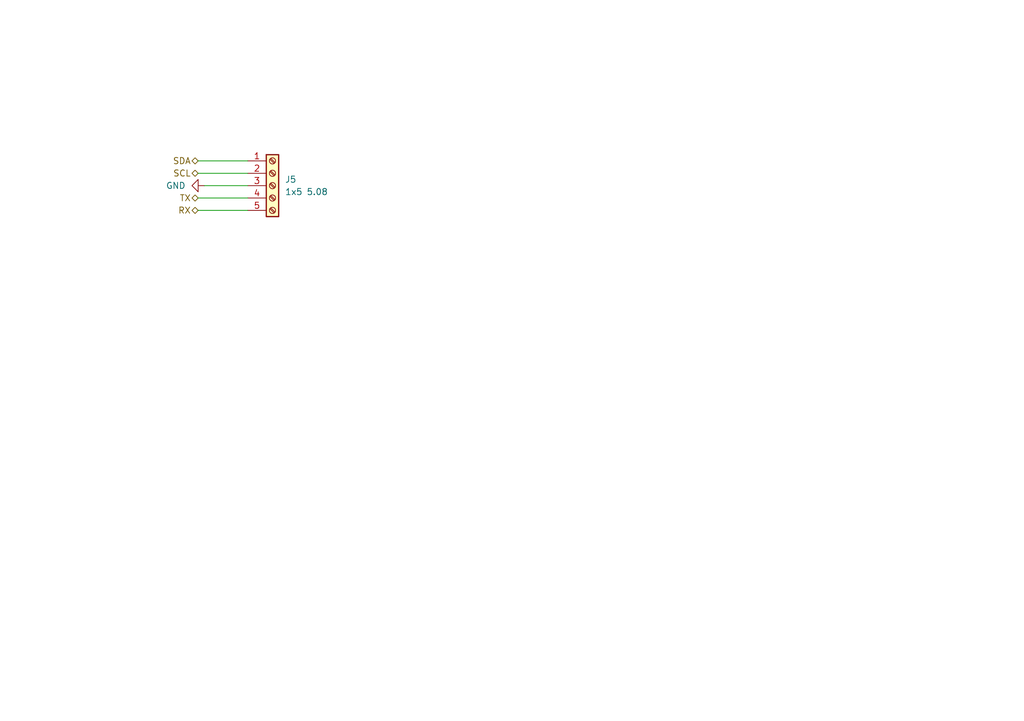
<source format=kicad_sch>
(kicad_sch (version 20250114) (generator "eeschema") (generator_version "9.0")
  (paper "A5")
  (lib_symbols
    (symbol "Connector:Screw_Terminal_01x05" (pin_names (offset 1.016) (hide yes))
      (property "Reference" "J" (at 0 7.62 0))
      (property "Value" "Screw_Terminal_01x05" (at 0 -7.62 0))
      (symbol "Screw_Terminal_01x05_1_1"
        (rectangle (start -1.27 6.35) (end 1.27 -6.35) (stroke (width 0.254)) (fill (type background)))
        (polyline (pts (xy -0.5334 5.4102) (xy 0.3302 4.572)) (stroke (width 0.1524)))
        (polyline (pts (xy -0.5334 2.8702) (xy 0.3302 2.032)) (stroke (width 0.1524)))
        (polyline (pts (xy -0.5334 0.3302) (xy 0.3302 -0.508)) (stroke (width 0.1524)))
        (polyline (pts (xy -0.5334 -2.2098) (xy 0.3302 -3.048)) (stroke (width 0.1524)))
        (polyline (pts (xy -0.5334 -4.7498) (xy 0.3302 -5.588)) (stroke (width 0.1524)))
        (polyline (pts (xy -0.3556 5.588) (xy 0.508 4.7498)) (stroke (width 0.1524)))
        (polyline (pts (xy -0.3556 3.048) (xy 0.508 2.2098)) (stroke (width 0.1524)))
        (polyline (pts (xy -0.3556 0.508) (xy 0.508 -0.3302)) (stroke (width 0.1524)))
        (polyline (pts (xy -0.3556 -2.032) (xy 0.508 -2.8702)) (stroke (width 0.1524)))
        (polyline (pts (xy -0.3556 -4.572) (xy 0.508 -5.4102)) (stroke (width 0.1524)))
        (circle (center 0 5.08) (radius 0.635) (stroke (width 0.1524)))
        (circle (center 0 2.54) (radius 0.635) (stroke (width 0.1524)))
        (circle (center 0 0) (radius 0.635) (stroke (width 0.1524)))
        (circle (center 0 -2.54) (radius 0.635) (stroke (width 0.1524)))
        (circle (center 0 -5.08) (radius 0.635) (stroke (width 0.1524)))
        (pin passive line (at -5.08 5.08 0) (length 3.81) (name "Pin_1") (number "1"))
        (pin passive line (at -5.08 2.54 0) (length 3.81) (name "Pin_2") (number "2"))
        (pin passive line (at -5.08 0 0) (length 3.81) (name "Pin_3") (number "3"))
        (pin passive line (at -5.08 -2.54 0) (length 3.81) (name "Pin_4") (number "4"))
        (pin passive line (at -5.08 -5.08 0) (length 3.81) (name "Pin_5") (number "5"))
      )
    )
    (symbol "power:GND" (power) (pin_numbers (hide yes)) (pin_names (offset 0) (hide yes))
      (property "Value" "GND" (at 0 -3.81 0))
      (symbol "GND_0_1"
        (polyline (pts (xy 0 0) (xy 0 -1.27) (xy 1.27 -1.27) (xy 0 -2.54) (xy -1.27 -1.27) (xy 0 -1.27)))
      )
      (symbol "GND_1_1"
        (pin power_in line (at 0 0 270) (length 0) (name "~") (number "1"))
      )
    )
  )
  (wire (pts (xy 40.64 40.64) (xy 50.8 40.64)))
  (wire (pts (xy 40.64 33.02) (xy 50.8 33.02)))
  (wire (pts (xy 40.64 35.56) (xy 50.8 35.56)))
  (wire (pts (xy 40.64 43.18) (xy 50.8 43.18)))
  (wire (pts (xy 41.91 38.1) (xy 50.8 38.1)))
  (hierarchical_label "RX" (shape bidirectional) (at 40.64 43.18 180))
  (hierarchical_label "TX" (shape bidirectional) (at 40.64 40.64 180))
  (hierarchical_label "SDA" (shape bidirectional) (at 40.64 33.02 180))
  (hierarchical_label "SCL" (shape bidirectional) (at 40.64 35.56 180))
  (symbol (lib_id "Connector:Screw_Terminal_01x05") (at 55.88 38.1 0) (unit 1)
    (property "Reference" "J5" (at 58.42 36.8299 0) (effects (justify left)))
    (property "Value" "1x5 5.08" (at 58.42 39.3699 0) (effects (justify left)))
    (property "Footprint" "TerminalBlock_MetzConnect:TerminalBlock_MetzConnect_Type101_RT01605HBWC_1x05_P5.08mm_Horizontal" (effects (hide yes)))
    (property "Description" "CUSTOM" (effects (hide yes)))
    (property "Manufacturer Part Number" "TB0012-508-03GR + TB0012-508-02GR" (effects (hide yes)))
  )
  (symbol (lib_id "power:GND") (at 41.91 38.1 270) (unit 1)
    (property "Reference" "#PWR020" (effects (hide yes)))
    (property "Value" "GND" (at 38.1 38.0999 90) (effects (justify right)))
    (property "Description" "Power symbol creates a global label with name \"GND\" , ground" (effects (hide yes)))
  )
)
</source>
